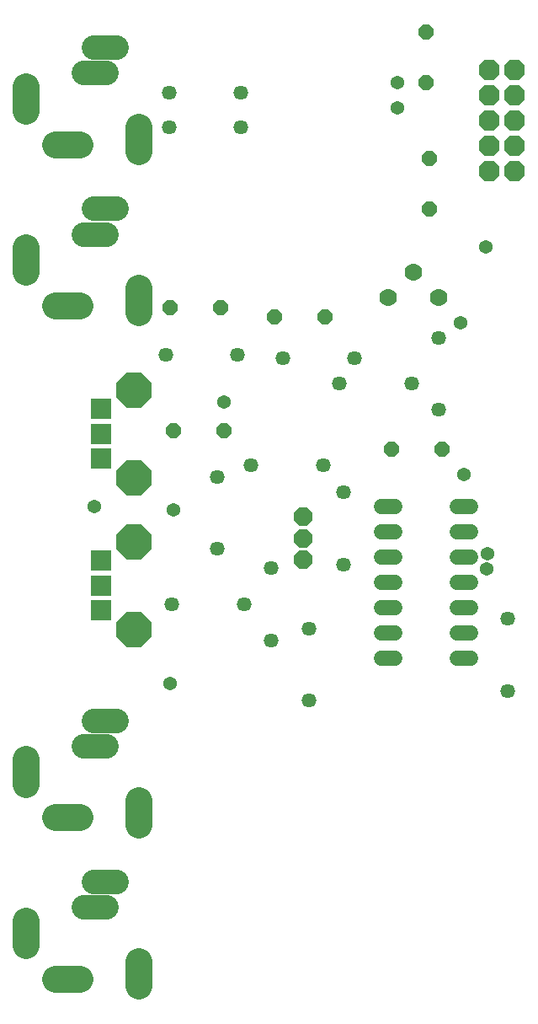
<source format=gbr>
G04 EAGLE Gerber RS-274X export*
G75*
%MOMM*%
%FSLAX34Y34*%
%LPD*%
%INSoldermask Top*%
%IPPOS*%
%AMOC8*
5,1,8,0,0,1.08239X$1,22.5*%
G01*
G04 Define Apertures*
%ADD10P,1.64956X8X202.5*%
%ADD11P,1.64956X8X22.5*%
%ADD12P,1.64956X8X292.5*%
%ADD13C,1.524000*%
%ADD14P,2.2544X8X292.5*%
%ADD15C,2.679700*%
%ADD16C,2.489200*%
%ADD17C,1.463200*%
%ADD18C,1.766900*%
%ADD19P,2.03446X8X292.5*%
%ADD20R,2.082800X2.082800*%
%ADD21P,3.79399X8X202.5*%
%ADD22C,1.371600*%
D10*
X431800Y565150D03*
X381000Y565150D03*
X212725Y584200D03*
X161925Y584200D03*
D11*
X158750Y708025D03*
X209550Y708025D03*
X263525Y698500D03*
X314325Y698500D03*
D12*
X415925Y984250D03*
X415925Y933450D03*
X419100Y857250D03*
X419100Y806450D03*
D13*
X384429Y508000D02*
X371221Y508000D01*
X371221Y482600D02*
X384429Y482600D01*
X384429Y355600D02*
X371221Y355600D01*
X447421Y355600D02*
X460629Y355600D01*
X384429Y457200D02*
X371221Y457200D01*
X371221Y431800D02*
X384429Y431800D01*
X384429Y381000D02*
X371221Y381000D01*
X371221Y406400D02*
X384429Y406400D01*
X447421Y381000D02*
X460629Y381000D01*
X460629Y406400D02*
X447421Y406400D01*
X447421Y431800D02*
X460629Y431800D01*
X460629Y457200D02*
X447421Y457200D01*
X447421Y482600D02*
X460629Y482600D01*
X460629Y508000D02*
X447421Y508000D01*
D14*
X479425Y946150D03*
X504825Y946150D03*
X479425Y920750D03*
X504825Y920750D03*
X479425Y895350D03*
X504825Y895350D03*
X479425Y869950D03*
X504825Y869950D03*
X479425Y844550D03*
X504825Y844550D03*
D15*
X13907Y91758D02*
X13907Y66993D01*
D16*
X71474Y105375D02*
X94334Y105375D01*
D15*
X126902Y50756D02*
X126902Y25991D01*
X68287Y33376D02*
X43522Y33376D01*
D16*
X81474Y131374D02*
X104334Y131374D01*
D15*
X13907Y228918D02*
X13907Y253683D01*
D16*
X71474Y267300D02*
X94334Y267300D01*
D15*
X126902Y212681D02*
X126902Y187916D01*
X68287Y195301D02*
X43522Y195301D01*
D16*
X81474Y293299D02*
X104334Y293299D01*
D15*
X13907Y905193D02*
X13907Y929958D01*
D16*
X71474Y943575D02*
X94334Y943575D01*
D15*
X126902Y888956D02*
X126902Y864191D01*
X68287Y871576D02*
X43522Y871576D01*
D16*
X81474Y969574D02*
X104334Y969574D01*
D15*
X13907Y768033D02*
X13907Y743268D01*
D16*
X71474Y781650D02*
X94334Y781650D01*
D15*
X126902Y727031D02*
X126902Y702266D01*
X68287Y709651D02*
X43522Y709651D01*
D16*
X81474Y807649D02*
X104334Y807649D01*
D17*
X206375Y537850D03*
X206375Y465450D03*
D18*
X377825Y717550D03*
X403225Y742950D03*
X428625Y717550D03*
D17*
X498475Y394975D03*
X498475Y322575D03*
X312425Y549275D03*
X240025Y549275D03*
X233050Y409575D03*
X160650Y409575D03*
X229875Y923925D03*
X157475Y923925D03*
X229875Y889000D03*
X157475Y889000D03*
X333375Y449575D03*
X333375Y521975D03*
X154300Y660400D03*
X226700Y660400D03*
X271775Y657225D03*
X344175Y657225D03*
X260350Y445775D03*
X260350Y373375D03*
X298450Y385450D03*
X298450Y313050D03*
X428625Y605150D03*
X428625Y677550D03*
X328925Y631825D03*
X401325Y631825D03*
D19*
X292517Y497424D03*
X292517Y475834D03*
X292517Y454244D03*
D20*
X89408Y453625D03*
X89408Y428625D03*
X89408Y403625D03*
D21*
X122408Y472625D03*
X122408Y384625D03*
D20*
X89408Y606025D03*
X89408Y581025D03*
X89408Y556025D03*
D21*
X122408Y625025D03*
X122408Y537025D03*
D22*
X82550Y508000D03*
X212725Y612775D03*
X454025Y539750D03*
X478155Y460375D03*
X476250Y768350D03*
X158750Y330200D03*
X477393Y445643D03*
X450850Y692150D03*
X387350Y908050D03*
X161925Y504825D03*
X387350Y933450D03*
M02*

</source>
